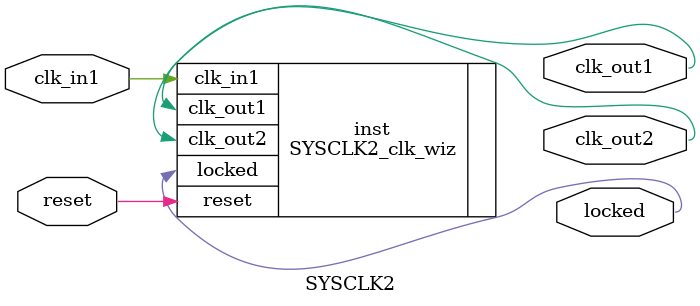
<source format=v>


`timescale 1ps/1ps

(* CORE_GENERATION_INFO = "SYSCLK2,clk_wiz_v6_0_4_0_0,{component_name=SYSCLK2,use_phase_alignment=true,use_min_o_jitter=false,use_max_i_jitter=false,use_dyn_phase_shift=false,use_inclk_switchover=false,use_dyn_reconfig=false,enable_axi=0,feedback_source=FDBK_AUTO,PRIMITIVE=MMCM,num_out_clk=2,clkin1_period=10.000,clkin2_period=10.000,use_power_down=false,use_reset=true,use_locked=true,use_inclk_stopped=false,feedback_type=SINGLE,CLOCK_MGR_TYPE=NA,manual_override=false}" *)

module SYSCLK2 
 (
  // Clock out ports
  output        clk_out1,
  output        clk_out2,
  // Status and control signals
  input         reset,
  output        locked,
 // Clock in ports
  input         clk_in1
 );

  SYSCLK2_clk_wiz inst
  (
  // Clock out ports  
  .clk_out1(clk_out1),
  .clk_out2(clk_out2),
  // Status and control signals               
  .reset(reset), 
  .locked(locked),
 // Clock in ports
  .clk_in1(clk_in1)
  );

endmodule

</source>
